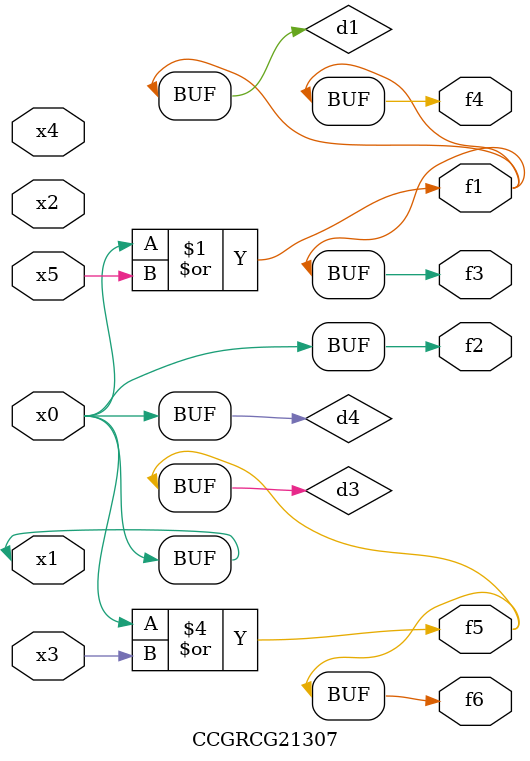
<source format=v>
module CCGRCG21307(
	input x0, x1, x2, x3, x4, x5,
	output f1, f2, f3, f4, f5, f6
);

	wire d1, d2, d3, d4;

	or (d1, x0, x5);
	xnor (d2, x1, x4);
	or (d3, x0, x3);
	buf (d4, x0, x1);
	assign f1 = d1;
	assign f2 = d4;
	assign f3 = d1;
	assign f4 = d1;
	assign f5 = d3;
	assign f6 = d3;
endmodule

</source>
